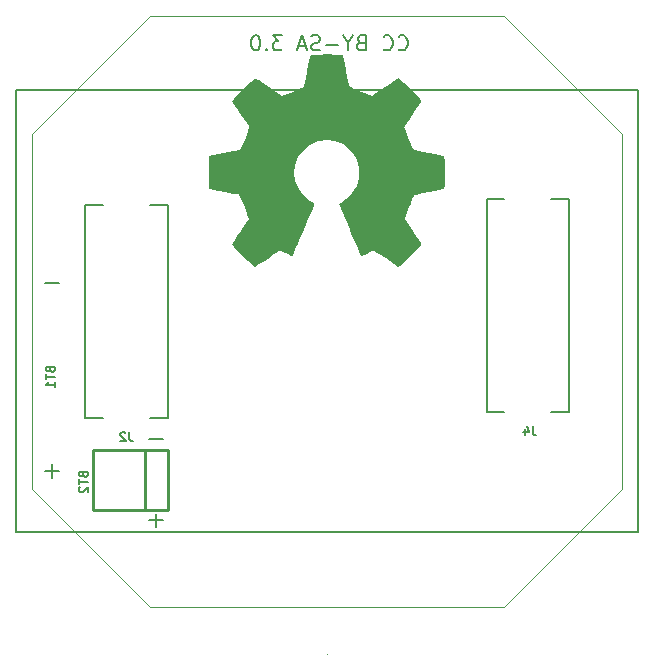
<source format=gbo>
G04 (created by PCBNEW (2013-09-06 BZR 4312)-stable) date P 15 sept  2013 15:04:35 EEST*
%MOIN*%
G04 Gerber Fmt 3.4, Leading zero omitted, Abs format*
%FSLAX34Y34*%
G01*
G70*
G90*
G04 APERTURE LIST*
%ADD10C,0.000787*%
%ADD11C,0.006000*%
%ADD12C,0.001000*%
%ADD13C,0.005000*%
%ADD14C,0.005906*%
%ADD15C,0.000100*%
%ADD16C,0.010000*%
G04 APERTURE END LIST*
G54D10*
G54D11*
X43271Y-49542D02*
X43728Y-49542D01*
X43271Y-52242D02*
X43728Y-52242D01*
X43500Y-52471D02*
X43500Y-52014D01*
X39821Y-44342D02*
X40278Y-44342D01*
X39821Y-50592D02*
X40278Y-50592D01*
X40050Y-50821D02*
X40050Y-50364D01*
G54D12*
X49213Y-56692D02*
G75*
G03X49213Y-56692I0J0D01*
G74*
G01*
X49211Y-56692D02*
X49213Y-56692D01*
X49212Y-56691D02*
X49212Y-56693D01*
X43307Y-55118D02*
X39370Y-51181D01*
X55118Y-55118D02*
X43307Y-55118D01*
G54D13*
X51597Y-36528D02*
X51621Y-36552D01*
X51692Y-36576D01*
X51740Y-36576D01*
X51811Y-36552D01*
X51859Y-36504D01*
X51883Y-36457D01*
X51907Y-36361D01*
X51907Y-36290D01*
X51883Y-36195D01*
X51859Y-36147D01*
X51811Y-36100D01*
X51740Y-36076D01*
X51692Y-36076D01*
X51621Y-36100D01*
X51597Y-36123D01*
X51097Y-36528D02*
X51121Y-36552D01*
X51192Y-36576D01*
X51240Y-36576D01*
X51311Y-36552D01*
X51359Y-36504D01*
X51383Y-36457D01*
X51407Y-36361D01*
X51407Y-36290D01*
X51383Y-36195D01*
X51359Y-36147D01*
X51311Y-36100D01*
X51240Y-36076D01*
X51192Y-36076D01*
X51121Y-36100D01*
X51097Y-36123D01*
X50335Y-36314D02*
X50264Y-36338D01*
X50240Y-36361D01*
X50216Y-36409D01*
X50216Y-36480D01*
X50240Y-36528D01*
X50264Y-36552D01*
X50311Y-36576D01*
X50502Y-36576D01*
X50502Y-36076D01*
X50335Y-36076D01*
X50288Y-36100D01*
X50264Y-36123D01*
X50240Y-36171D01*
X50240Y-36219D01*
X50264Y-36266D01*
X50288Y-36290D01*
X50335Y-36314D01*
X50502Y-36314D01*
X49907Y-36338D02*
X49907Y-36576D01*
X50073Y-36076D02*
X49907Y-36338D01*
X49740Y-36076D01*
X49573Y-36385D02*
X49192Y-36385D01*
X48978Y-36552D02*
X48907Y-36576D01*
X48788Y-36576D01*
X48740Y-36552D01*
X48716Y-36528D01*
X48692Y-36480D01*
X48692Y-36433D01*
X48716Y-36385D01*
X48740Y-36361D01*
X48788Y-36338D01*
X48883Y-36314D01*
X48930Y-36290D01*
X48954Y-36266D01*
X48978Y-36219D01*
X48978Y-36171D01*
X48954Y-36123D01*
X48930Y-36100D01*
X48883Y-36076D01*
X48764Y-36076D01*
X48692Y-36100D01*
X48502Y-36433D02*
X48264Y-36433D01*
X48550Y-36576D02*
X48383Y-36076D01*
X48216Y-36576D01*
X47716Y-36076D02*
X47407Y-36076D01*
X47573Y-36266D01*
X47502Y-36266D01*
X47454Y-36290D01*
X47430Y-36314D01*
X47407Y-36361D01*
X47407Y-36480D01*
X47430Y-36528D01*
X47454Y-36552D01*
X47502Y-36576D01*
X47645Y-36576D01*
X47692Y-36552D01*
X47716Y-36528D01*
X47192Y-36528D02*
X47169Y-36552D01*
X47192Y-36576D01*
X47216Y-36552D01*
X47192Y-36528D01*
X47192Y-36576D01*
X46859Y-36076D02*
X46811Y-36076D01*
X46764Y-36100D01*
X46740Y-36123D01*
X46716Y-36171D01*
X46692Y-36266D01*
X46692Y-36385D01*
X46716Y-36480D01*
X46740Y-36528D01*
X46764Y-36552D01*
X46811Y-36576D01*
X46859Y-36576D01*
X46907Y-36552D01*
X46930Y-36528D01*
X46954Y-36480D01*
X46978Y-36385D01*
X46978Y-36266D01*
X46954Y-36171D01*
X46930Y-36123D01*
X46907Y-36100D01*
X46859Y-36076D01*
G54D12*
X59055Y-51181D02*
X55118Y-55118D01*
X59055Y-39370D02*
X59055Y-51181D01*
X55118Y-35433D02*
X59055Y-39370D01*
X43307Y-35433D02*
X55118Y-35433D01*
X39370Y-39370D02*
X43307Y-35433D01*
X39370Y-51181D02*
X39370Y-39370D01*
G54D14*
X41535Y-48818D02*
X41732Y-48818D01*
X41535Y-48818D02*
X41141Y-48818D01*
X41141Y-48818D02*
X41141Y-41732D01*
X41141Y-41732D02*
X41732Y-41732D01*
X43307Y-48818D02*
X43897Y-48818D01*
X43897Y-48818D02*
X43897Y-41732D01*
X43897Y-41732D02*
X43307Y-41732D01*
X56889Y-41535D02*
X56692Y-41535D01*
X56889Y-41535D02*
X57283Y-41535D01*
X57283Y-41535D02*
X57283Y-48622D01*
X57283Y-48622D02*
X56692Y-48622D01*
X55118Y-41535D02*
X54527Y-41535D01*
X54527Y-41535D02*
X54527Y-48622D01*
X54527Y-48622D02*
X55118Y-48622D01*
X59566Y-52637D02*
X59566Y-37913D01*
X59566Y-37913D02*
X38858Y-37913D01*
X38858Y-37913D02*
X38858Y-52637D01*
X38858Y-52637D02*
X59566Y-52637D01*
G54D15*
G36*
X46813Y-43787D02*
X46854Y-43765D01*
X46947Y-43707D01*
X47078Y-43621D01*
X47233Y-43517D01*
X47389Y-43412D01*
X47518Y-43326D01*
X47607Y-43268D01*
X47645Y-43247D01*
X47665Y-43254D01*
X47739Y-43290D01*
X47847Y-43346D01*
X47909Y-43379D01*
X48008Y-43421D01*
X48057Y-43430D01*
X48065Y-43416D01*
X48101Y-43341D01*
X48158Y-43212D01*
X48232Y-43041D01*
X48317Y-42841D01*
X48408Y-42626D01*
X48500Y-42406D01*
X48587Y-42196D01*
X48664Y-42008D01*
X48726Y-41855D01*
X48766Y-41748D01*
X48781Y-41702D01*
X48777Y-41693D01*
X48727Y-41645D01*
X48641Y-41580D01*
X48455Y-41429D01*
X48271Y-41199D01*
X48159Y-40938D01*
X48122Y-40649D01*
X48154Y-40380D01*
X48259Y-40121D01*
X48439Y-39889D01*
X48657Y-39716D01*
X48913Y-39607D01*
X49199Y-39572D01*
X49475Y-39603D01*
X49739Y-39707D01*
X49971Y-39884D01*
X50068Y-39997D01*
X50204Y-40232D01*
X50281Y-40485D01*
X50289Y-40549D01*
X50278Y-40825D01*
X50196Y-41090D01*
X50050Y-41328D01*
X49847Y-41522D01*
X49822Y-41540D01*
X49728Y-41610D01*
X49665Y-41658D01*
X49616Y-41699D01*
X49968Y-42546D01*
X50024Y-42681D01*
X50120Y-42913D01*
X50206Y-43112D01*
X50273Y-43271D01*
X50320Y-43377D01*
X50341Y-43420D01*
X50343Y-43422D01*
X50374Y-43428D01*
X50439Y-43404D01*
X50557Y-43347D01*
X50635Y-43307D01*
X50725Y-43263D01*
X50766Y-43247D01*
X50800Y-43266D01*
X50887Y-43322D01*
X51013Y-43406D01*
X51164Y-43509D01*
X51308Y-43607D01*
X51441Y-43695D01*
X51538Y-43757D01*
X51585Y-43782D01*
X51592Y-43782D01*
X51634Y-43759D01*
X51710Y-43695D01*
X51826Y-43586D01*
X51989Y-43425D01*
X52014Y-43400D01*
X52148Y-43263D01*
X52257Y-43149D01*
X52330Y-43067D01*
X52357Y-43030D01*
X52357Y-43030D01*
X52333Y-42984D01*
X52272Y-42888D01*
X52184Y-42753D01*
X52076Y-42596D01*
X51796Y-42188D01*
X51950Y-41803D01*
X51997Y-41685D01*
X52057Y-41542D01*
X52102Y-41440D01*
X52125Y-41396D01*
X52167Y-41381D01*
X52272Y-41356D01*
X52425Y-41324D01*
X52607Y-41290D01*
X52780Y-41258D01*
X52937Y-41229D01*
X53050Y-41206D01*
X53101Y-41196D01*
X53113Y-41189D01*
X53124Y-41164D01*
X53130Y-41111D01*
X53134Y-41016D01*
X53136Y-40866D01*
X53136Y-40649D01*
X53136Y-40625D01*
X53134Y-40418D01*
X53131Y-40253D01*
X53125Y-40144D01*
X53118Y-40102D01*
X53117Y-40101D01*
X53068Y-40089D01*
X52958Y-40066D01*
X52801Y-40035D01*
X52614Y-40000D01*
X52603Y-39997D01*
X52416Y-39962D01*
X52260Y-39929D01*
X52151Y-39904D01*
X52105Y-39890D01*
X52095Y-39876D01*
X52058Y-39804D01*
X52004Y-39688D01*
X51942Y-39547D01*
X51882Y-39401D01*
X51829Y-39270D01*
X51794Y-39171D01*
X51783Y-39127D01*
X51784Y-39126D01*
X51812Y-39081D01*
X51876Y-38985D01*
X51966Y-38851D01*
X52075Y-38692D01*
X52083Y-38680D01*
X52190Y-38523D01*
X52277Y-38390D01*
X52335Y-38295D01*
X52357Y-38252D01*
X52356Y-38249D01*
X52321Y-38202D01*
X52240Y-38113D01*
X52126Y-37993D01*
X51988Y-37854D01*
X51944Y-37811D01*
X51791Y-37662D01*
X51685Y-37564D01*
X51619Y-37512D01*
X51587Y-37500D01*
X51586Y-37501D01*
X51538Y-37530D01*
X51439Y-37594D01*
X51304Y-37686D01*
X51144Y-37794D01*
X51133Y-37802D01*
X50976Y-37909D01*
X50845Y-37997D01*
X50752Y-38059D01*
X50711Y-38084D01*
X50704Y-38084D01*
X50640Y-38065D01*
X50528Y-38026D01*
X50390Y-37972D01*
X50245Y-37914D01*
X50113Y-37858D01*
X50013Y-37813D01*
X49966Y-37786D01*
X49965Y-37784D01*
X49948Y-37728D01*
X49921Y-37610D01*
X49888Y-37448D01*
X49851Y-37255D01*
X49845Y-37224D01*
X49810Y-37036D01*
X49780Y-36882D01*
X49758Y-36774D01*
X49747Y-36730D01*
X49721Y-36724D01*
X49628Y-36717D01*
X49488Y-36714D01*
X49319Y-36712D01*
X49140Y-36713D01*
X48966Y-36717D01*
X48817Y-36722D01*
X48711Y-36729D01*
X48667Y-36738D01*
X48665Y-36741D01*
X48649Y-36799D01*
X48623Y-36917D01*
X48590Y-37080D01*
X48553Y-37273D01*
X48546Y-37307D01*
X48511Y-37494D01*
X48480Y-37648D01*
X48457Y-37753D01*
X48445Y-37795D01*
X48428Y-37804D01*
X48351Y-37837D01*
X48226Y-37889D01*
X48070Y-37952D01*
X47709Y-38098D01*
X47268Y-37795D01*
X47227Y-37768D01*
X47068Y-37660D01*
X46938Y-37573D01*
X46847Y-37514D01*
X46809Y-37493D01*
X46806Y-37494D01*
X46762Y-37533D01*
X46675Y-37615D01*
X46555Y-37731D01*
X46416Y-37870D01*
X46313Y-37973D01*
X46191Y-38097D01*
X46114Y-38180D01*
X46072Y-38234D01*
X46057Y-38266D01*
X46061Y-38288D01*
X46089Y-38333D01*
X46154Y-38430D01*
X46245Y-38564D01*
X46353Y-38720D01*
X46441Y-38851D01*
X46537Y-38999D01*
X46600Y-39105D01*
X46621Y-39157D01*
X46616Y-39178D01*
X46585Y-39265D01*
X46532Y-39396D01*
X46466Y-39551D01*
X46312Y-39901D01*
X46083Y-39945D01*
X45944Y-39972D01*
X45750Y-40009D01*
X45564Y-40045D01*
X45273Y-40101D01*
X45263Y-41169D01*
X45308Y-41188D01*
X45351Y-41200D01*
X45459Y-41224D01*
X45612Y-41254D01*
X45793Y-41289D01*
X45948Y-41317D01*
X46103Y-41347D01*
X46215Y-41368D01*
X46264Y-41379D01*
X46277Y-41396D01*
X46316Y-41471D01*
X46371Y-41591D01*
X46433Y-41735D01*
X46495Y-41884D01*
X46550Y-42022D01*
X46588Y-42127D01*
X46603Y-42181D01*
X46581Y-42222D01*
X46523Y-42314D01*
X46437Y-42444D01*
X46331Y-42599D01*
X46225Y-42753D01*
X46136Y-42885D01*
X46074Y-42980D01*
X46048Y-43024D01*
X46061Y-43053D01*
X46123Y-43128D01*
X46239Y-43249D01*
X46413Y-43421D01*
X46441Y-43448D01*
X46579Y-43581D01*
X46696Y-43688D01*
X46777Y-43761D01*
X46813Y-43787D01*
X46813Y-43787D01*
G37*
G54D16*
X43150Y-49900D02*
X43150Y-51900D01*
X41400Y-49900D02*
X41400Y-51900D01*
X43900Y-51900D02*
X43900Y-49900D01*
X43900Y-51900D02*
X41400Y-51900D01*
X43900Y-49900D02*
X41400Y-49900D01*
G54D13*
X42620Y-49303D02*
X42620Y-49518D01*
X42634Y-49560D01*
X42662Y-49589D01*
X42705Y-49603D01*
X42734Y-49603D01*
X42491Y-49332D02*
X42477Y-49318D01*
X42448Y-49303D01*
X42377Y-49303D01*
X42348Y-49318D01*
X42334Y-49332D01*
X42320Y-49360D01*
X42320Y-49389D01*
X42334Y-49432D01*
X42505Y-49603D01*
X42320Y-49603D01*
X56070Y-49103D02*
X56070Y-49318D01*
X56084Y-49360D01*
X56112Y-49389D01*
X56155Y-49403D01*
X56184Y-49403D01*
X55798Y-49203D02*
X55798Y-49403D01*
X55870Y-49089D02*
X55941Y-49303D01*
X55755Y-49303D01*
X39978Y-47214D02*
X39992Y-47257D01*
X40007Y-47271D01*
X40035Y-47285D01*
X40078Y-47285D01*
X40107Y-47271D01*
X40121Y-47257D01*
X40135Y-47228D01*
X40135Y-47114D01*
X39835Y-47114D01*
X39835Y-47214D01*
X39850Y-47242D01*
X39864Y-47257D01*
X39892Y-47271D01*
X39921Y-47271D01*
X39950Y-47257D01*
X39964Y-47242D01*
X39978Y-47214D01*
X39978Y-47114D01*
X39835Y-47371D02*
X39835Y-47542D01*
X40135Y-47457D02*
X39835Y-47457D01*
X40135Y-47800D02*
X40135Y-47628D01*
X40135Y-47714D02*
X39835Y-47714D01*
X39878Y-47685D01*
X39907Y-47657D01*
X39921Y-47628D01*
X41078Y-50714D02*
X41092Y-50757D01*
X41107Y-50771D01*
X41135Y-50785D01*
X41178Y-50785D01*
X41207Y-50771D01*
X41221Y-50757D01*
X41235Y-50728D01*
X41235Y-50614D01*
X40935Y-50614D01*
X40935Y-50714D01*
X40950Y-50742D01*
X40964Y-50757D01*
X40992Y-50771D01*
X41021Y-50771D01*
X41050Y-50757D01*
X41064Y-50742D01*
X41078Y-50714D01*
X41078Y-50614D01*
X40935Y-50871D02*
X40935Y-51042D01*
X41235Y-50957D02*
X40935Y-50957D01*
X40964Y-51128D02*
X40950Y-51142D01*
X40935Y-51171D01*
X40935Y-51242D01*
X40950Y-51271D01*
X40964Y-51285D01*
X40992Y-51300D01*
X41021Y-51300D01*
X41064Y-51285D01*
X41235Y-51114D01*
X41235Y-51300D01*
M02*

</source>
